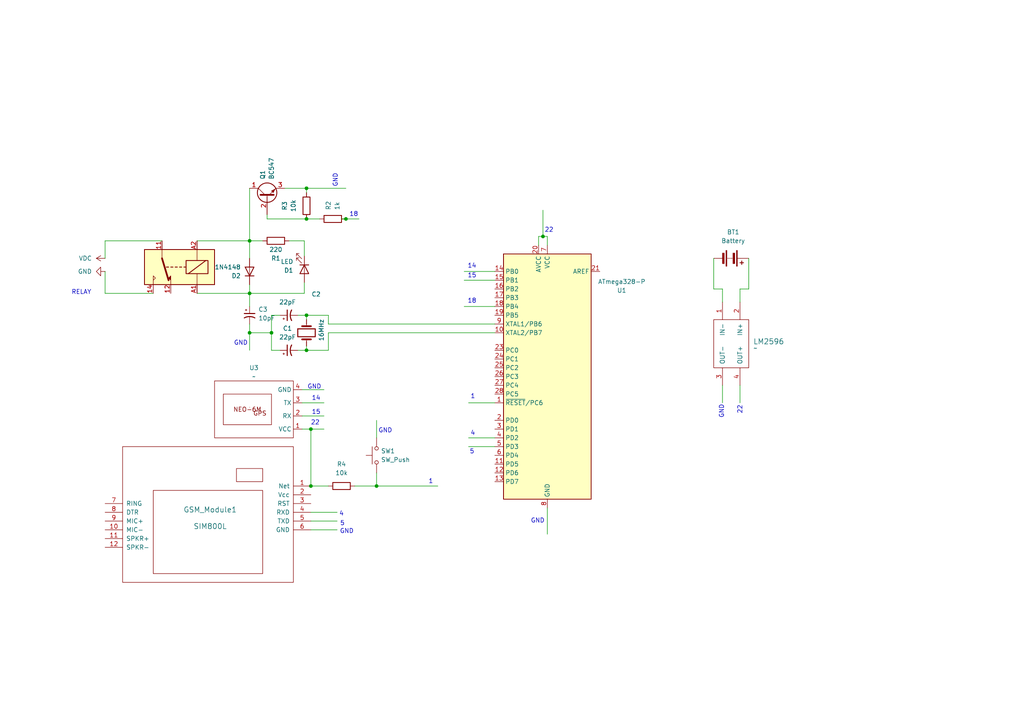
<source format=kicad_sch>
(kicad_sch (version 20231120) (generator "eeschema") (generator_version "8.0")
  (paper "A4")
  (lib_symbols
    (symbol "Device:Battery" (pin_numbers hide) (pin_names (offset 0) hide)
      (property "Reference" "BT" (at 2.54 2.54 0))
      (property "Value" "Battery" (at 2.54 0 0))
      (symbol "Battery_0_1"
        (rectangle (start -2.286 -1.27) (end 2.286 -1.524) (fill (type outline)))
        (rectangle (start -2.286 1.778) (end 2.286 1.524) (fill (type outline)))
        (rectangle (start -1.524 -2.032) (end 1.524 -2.54) (fill (type outline)))
        (rectangle (start -1.524 1.016) (end 1.524 0.508) (fill (type outline)))
        (polyline (pts (xy 0 -1.016) (xy 0 -0.762)))
        (polyline (pts (xy 0 -0.508) (xy 0 -0.254)))
        (polyline (pts (xy 0 0) (xy 0 0.254)))
        (polyline (pts (xy 0 1.778) (xy 0 2.54)))
        (polyline (pts (xy 0.762 3.048) (xy 1.778 3.048)) (stroke (width 0.254)))
        (polyline (pts (xy 1.27 3.556) (xy 1.27 2.54)) (stroke (width 0.254)))
      )
      (symbol "Battery_1_1"
        (pin passive line (at 0 5.08 270) (length 2.54) (name "+") (number "1"))
        (pin passive line (at 0 -5.08 90) (length 2.54) (name "-") (number "2"))
      )
    )
    (symbol "Device:C_Polarized_Small_US" (pin_numbers hide) (pin_names (offset 0.254) hide)
      (property "Reference" "C" (at 0.254 1.778 0))
      (property "Value" "C_Polarized_Small_US" (at 0.254 -2.032 0))
      (symbol "C_Polarized_Small_US_0_1"
        (polyline (pts (xy -1.524 0.508) (xy 1.524 0.508)) (stroke (width 0.3048)))
        (polyline (pts (xy -1.27 1.524) (xy -0.762 1.524)))
        (polyline (pts (xy -1.016 1.27) (xy -1.016 1.778)))
        (arc (start 1.524 -0.762) (mid 0 -0.3734) (end -1.524 -0.762) (stroke (width 0.3048)))
      )
      (symbol "C_Polarized_Small_US_1_1"
        (pin passive line (at 0 2.54 270) (length 2.032) (name "~") (number "1"))
        (pin passive line (at 0 -2.54 90) (length 2.032) (name "~") (number "2"))
      )
    )
    (symbol "Device:Crystal" (pin_numbers hide) (pin_names (offset 1.016) hide)
      (property "Reference" "Y" (at 0 3.81 0))
      (property "Value" "Crystal" (at 0 -3.81 0))
      (symbol "Crystal_0_1"
        (rectangle (start -1.143 2.54) (end 1.143 -2.54) (stroke (width 0.3048)))
        (polyline (pts (xy -2.54 0) (xy -1.905 0)))
        (polyline (pts (xy -1.905 -1.27) (xy -1.905 1.27)) (stroke (width 0.508)))
        (polyline (pts (xy 1.905 -1.27) (xy 1.905 1.27)) (stroke (width 0.508)))
        (polyline (pts (xy 2.54 0) (xy 1.905 0)))
      )
      (symbol "Crystal_1_1"
        (pin passive line (at -3.81 0 0) (length 1.27) (name "1") (number "1"))
        (pin passive line (at 3.81 0 180) (length 1.27) (name "2") (number "2"))
      )
    )
    (symbol "Device:LED" (pin_numbers hide) (pin_names (offset 1.016) hide)
      (property "Reference" "D" (at 0 2.54 0))
      (property "Value" "LED" (at 0 -2.54 0))
      (symbol "LED_0_1"
        (polyline (pts (xy -1.27 -1.27) (xy -1.27 1.27)) (stroke (width 0.254)))
        (polyline (pts (xy -1.27 0) (xy 1.27 0)))
        (polyline (pts (xy 1.27 -1.27) (xy 1.27 1.27) (xy -1.27 0) (xy 1.27 -1.27)) (stroke (width 0.254)))
        (polyline (pts (xy -3.048 -0.762) (xy -4.572 -2.286) (xy -3.81 -2.286) (xy -4.572 -2.286) (xy -4.572 -1.524)))
        (polyline (pts (xy -1.778 -0.762) (xy -3.302 -2.286) (xy -2.54 -2.286) (xy -3.302 -2.286) (xy -3.302 -1.524)))
      )
      (symbol "LED_1_1"
        (pin passive line (at -3.81 0 0) (length 2.54) (name "K") (number "1"))
        (pin passive line (at 3.81 0 180) (length 2.54) (name "A") (number "2"))
      )
    )
    (symbol "Device:R" (pin_numbers hide) (pin_names (offset 0))
      (property "Reference" "R" (at 2.032 0 90))
      (property "Value" "R" (at 0 0 90))
      (symbol "R_0_1"
        (rectangle (start -1.016 -2.54) (end 1.016 2.54) (stroke (width 0.254)))
      )
      (symbol "R_1_1"
        (pin passive line (at 0 3.81 270) (length 1.27) (name "~") (number "1"))
        (pin passive line (at 0 -3.81 90) (length 1.27) (name "~") (number "2"))
      )
    )
    (symbol "Diode:1N4148" (pin_numbers hide) (pin_names hide)
      (property "Reference" "D" (at 0 2.54 0))
      (property "Value" "1N4148" (at 0 -2.54 0))
      (symbol "1N4148_0_1"
        (polyline (pts (xy -1.27 1.27) (xy -1.27 -1.27)) (stroke (width 0.254)))
        (polyline (pts (xy 1.27 0) (xy -1.27 0)))
        (polyline (pts (xy 1.27 1.27) (xy 1.27 -1.27) (xy -1.27 0) (xy 1.27 1.27)) (stroke (width 0.254)))
      )
      (symbol "1N4148_1_1"
        (pin passive line (at -3.81 0 0) (length 2.54) (name "K") (number "1"))
        (pin passive line (at 3.81 0 180) (length 2.54) (name "A") (number "2"))
      )
    )
    (symbol "LM2596_correctedMeas:LM2596_OK" (pin_names (offset 1.016))
      (property "Reference" "LM2596" (at -0.254 3.302 0))
      (symbol "LM2596_OK_0_1"
        (rectangle (start -5.08 11.43) (end 5.08 -2.54))
      )
      (symbol "LM2596_OK_1_1"
        (pin input line (at 2.54 -7.62 90) (length 5.08) (name "IN-") (number "1"))
        (pin input line (at -2.54 -7.62 90) (length 5.08) (name "IN+") (number "2"))
        (pin input line (at 2.54 16.51 270) (length 5.08) (name "OUT-") (number "3"))
        (pin input line (at -2.54 16.51 270) (length 5.08) (name "OUT+") (number "4"))
      )
    )
    (symbol "MCU_Microchip_ATmega:ATmega328-P"
      (property "Reference" "U" (at -12.7 36.83 0))
      (property "Value" "ATmega328-P" (at 2.54 -36.83 0))
      (symbol "ATmega328-P_0_1"
        (rectangle (start -12.7 -35.56) (end 12.7 35.56) (stroke (width 0.254)) (fill (type background)))
      )
      (symbol "ATmega328-P_1_1"
        (pin bidirectional line (at 15.24 -7.62 180) (length 2.54) (name "~{RESET}/PC6") (number "1"))
        (pin bidirectional line (at 15.24 12.7 180) (length 2.54) (name "XTAL2/PB7") (number "10"))
        (pin bidirectional line (at 15.24 -25.4 180) (length 2.54) (name "PD5") (number "11"))
        (pin bidirectional line (at 15.24 -27.94 180) (length 2.54) (name "PD6") (number "12"))
        (pin bidirectional line (at 15.24 -30.48 180) (length 2.54) (name "PD7") (number "13"))
        (pin bidirectional line (at 15.24 30.48 180) (length 2.54) (name "PB0") (number "14"))
        (pin bidirectional line (at 15.24 27.94 180) (length 2.54) (name "PB1") (number "15"))
        (pin bidirectional line (at 15.24 25.4 180) (length 2.54) (name "PB2") (number "16"))
        (pin bidirectional line (at 15.24 22.86 180) (length 2.54) (name "PB3") (number "17"))
        (pin bidirectional line (at 15.24 20.32 180) (length 2.54) (name "PB4") (number "18"))
        (pin bidirectional line (at 15.24 17.78 180) (length 2.54) (name "PB5") (number "19"))
        (pin bidirectional line (at 15.24 -12.7 180) (length 2.54) (name "PD0") (number "2"))
        (pin power_in line (at 2.54 38.1 270) (length 2.54) (name "AVCC") (number "20"))
        (pin passive line (at -15.24 30.48 0) (length 2.54) (name "AREF") (number "21"))
        (pin passive line (at 0 -38.1 90) (length 2.54) hide (name "GND") (number "22"))
        (pin bidirectional line (at 15.24 7.62 180) (length 2.54) (name "PC0") (number "23"))
        (pin bidirectional line (at 15.24 5.08 180) (length 2.54) (name "PC1") (number "24"))
        (pin bidirectional line (at 15.24 2.54 180) (length 2.54) (name "PC2") (number "25"))
        (pin bidirectional line (at 15.24 0 180) (length 2.54) (name "PC3") (number "26"))
        (pin bidirectional line (at 15.24 -2.54 180) (length 2.54) (name "PC4") (number "27"))
        (pin bidirectional line (at 15.24 -5.08 180) (length 2.54) (name "PC5") (number "28"))
        (pin bidirectional line (at 15.24 -15.24 180) (length 2.54) (name "PD1") (number "3"))
        (pin bidirectional line (at 15.24 -17.78 180) (length 2.54) (name "PD2") (number "4"))
        (pin bidirectional line (at 15.24 -20.32 180) (length 2.54) (name "PD3") (number "5"))
        (pin bidirectional line (at 15.24 -22.86 180) (length 2.54) (name "PD4") (number "6"))
        (pin power_in line (at 0 38.1 270) (length 2.54) (name "VCC") (number "7"))
        (pin power_in line (at 0 -38.1 90) (length 2.54) (name "GND") (number "8"))
        (pin bidirectional line (at 15.24 15.24 180) (length 2.54) (name "XTAL1/PB6") (number "9"))
      )
    )
    (symbol "NEO-6M-GPS:NEO-6M-GPS"
      (property "Reference" "U" (at 7.874 4.064 0))
      (symbol "NEO-6M-GPS_0_1"
        (rectangle (start -3.81 2.54) (end 19.05 -13.97))
      )
      (symbol "NEO-6M-GPS_1_1"
        (text_box "GPS" (at 8.89 -6.35 0) (size 0 0) (effects (font (size 1.27 1.27)) (justify left top)))
        (text_box "NEO-6M" (at 2.54 -1.27 0) (size 13.97 -8.89) (effects (font (size 1.27 1.27))))
        (pin input line (at -6.35 0 0) (length 2.54) (name "VCC") (number "1"))
        (pin input line (at -6.35 -3.81 0) (length 2.54) (name "RX") (number "2"))
        (pin input line (at -6.35 -7.62 0) (length 2.54) (name "TX") (number "3"))
        (pin input line (at -6.35 -11.43 0) (length 2.54) (name "GND") (number "4"))
      )
    )
    (symbol "Relay:Fujitsu_FTR-LYCA005x"
      (property "Reference" "K" (at 11.43 3.81 0))
      (property "Value" "Fujitsu_FTR-LYCA005x" (at 11.43 1.27 0))
      (symbol "Fujitsu_FTR-LYCA005x_0_0"
        (polyline (pts (xy 7.62 5.08) (xy 7.62 2.54) (xy 6.985 3.175) (xy 7.62 3.81)))
      )
      (symbol "Fujitsu_FTR-LYCA005x_0_1"
        (rectangle (start -10.16 5.08) (end 10.16 -5.08) (stroke (width 0.254)) (fill (type background)))
        (rectangle (start -8.255 1.905) (end -1.905 -1.905) (stroke (width 0.254)))
        (polyline (pts (xy -7.62 -1.905) (xy -2.54 1.905)) (stroke (width 0.254)))
        (polyline (pts (xy -5.08 -5.08) (xy -5.08 -1.905)))
        (polyline (pts (xy -5.08 5.08) (xy -5.08 1.905)))
        (polyline (pts (xy -1.905 0) (xy -1.27 0)) (stroke (width 0.254)))
        (polyline (pts (xy -0.635 0) (xy 0 0)) (stroke (width 0.254)))
        (polyline (pts (xy 0.635 0) (xy 1.27 0)) (stroke (width 0.254)))
        (polyline (pts (xy 1.905 0) (xy 2.54 0)) (stroke (width 0.254)))
        (polyline (pts (xy 3.175 0) (xy 3.81 0)) (stroke (width 0.254)))
        (polyline (pts (xy 5.08 -2.54) (xy 3.175 3.81)) (stroke (width 0.508)))
        (polyline (pts (xy 5.08 -2.54) (xy 5.08 -5.08)))
        (polyline (pts (xy 2.54 5.08) (xy 2.54 2.54) (xy 3.175 3.175) (xy 2.54 3.81)) (fill (type outline)))
      )
      (symbol "Fujitsu_FTR-LYCA005x_1_1"
        (pin passive line (at 5.08 -7.62 90) (length 2.54) (name "~") (number "11"))
        (pin passive line (at 2.54 7.62 270) (length 2.54) (name "~") (number "12"))
        (pin passive line (at 7.62 7.62 270) (length 2.54) (name "~") (number "14"))
        (pin passive line (at -5.08 7.62 270) (length 2.54) (name "~") (number "A1"))
        (pin passive line (at -5.08 -7.62 90) (length 2.54) (name "~") (number "A2"))
      )
    )
    (symbol "Switch:SW_Push" (pin_numbers hide) (pin_names (offset 1.016) hide)
      (property "Reference" "SW" (at 1.27 2.54 0))
      (property "Value" "SW_Push" (at 0 -1.524 0))
      (symbol "SW_Push_0_1"
        (circle (center -2.032 0) (radius 0.508))
        (polyline (pts (xy 0 1.27) (xy 0 3.048)))
        (polyline (pts (xy 2.54 1.27) (xy -2.54 1.27)))
        (circle (center 2.032 0) (radius 0.508))
        (pin passive line (at -5.08 0 0) (length 2.54) (name "1") (number "1"))
        (pin passive line (at 5.08 0 180) (length 2.54) (name "2") (number "2"))
      )
    )
    (symbol "Transistor_BJT:BC547" (pin_names (offset 0) hide)
      (property "Reference" "Q" (at 5.08 1.905 0))
      (property "Value" "BC547" (at 5.08 0 0))
      (symbol "BC547_0_1"
        (polyline (pts (xy 0 0) (xy 0.635 0)))
        (polyline (pts (xy 0.635 0.635) (xy 2.54 2.54)))
        (polyline (pts (xy 0.635 -0.635) (xy 2.54 -2.54) (xy 2.54 -2.54)))
        (polyline (pts (xy 0.635 1.905) (xy 0.635 -1.905) (xy 0.635 -1.905)) (stroke (width 0.508)))
        (polyline (pts (xy 1.27 -1.778) (xy 1.778 -1.27) (xy 2.286 -2.286) (xy 1.27 -1.778) (xy 1.27 -1.778)) (fill (type outline)))
        (circle (center 1.27 0) (radius 2.8194) (stroke (width 0.254)))
      )
      (symbol "BC547_1_1"
        (pin passive line (at 2.54 5.08 270) (length 2.54) (name "C") (number "1"))
        (pin input line (at -5.08 0 0) (length 5.08) (name "B") (number "2"))
        (pin passive line (at 2.54 -5.08 90) (length 2.54) (name "E") (number "3"))
      )
    )
    (symbol "power:GND" (power) (pin_numbers hide) (pin_names (offset 0) hide)
      (property "Value" "GND" (at 0 -3.81 0))
      (symbol "GND_0_1"
        (polyline (pts (xy 0 0) (xy 0 -1.27) (xy 1.27 -1.27) (xy 0 -2.54) (xy -1.27 -1.27) (xy 0 -1.27)))
      )
      (symbol "GND_1_1"
        (pin power_in line (at 0 0 270) (length 0) (name "~") (number "1"))
      )
    )
    (symbol "power:VDC" (power) (pin_numbers hide) (pin_names (offset 0) hide)
      (property "Value" "VDC" (at 0 3.556 0))
      (symbol "VDC_0_1"
        (polyline (pts (xy -0.762 1.27) (xy 0 2.54)))
        (polyline (pts (xy 0 0) (xy 0 2.54)))
        (polyline (pts (xy 0 2.54) (xy 0.762 1.27)))
      )
      (symbol "VDC_1_1"
        (pin power_in line (at 0 0 90) (length 0) (name "~") (number "1"))
      )
    )
    (symbol "sim800l:SIM800L" (pin_names (offset 1.016))
      (property "Reference" "GSM_Module" (at 1.27 -2.54 0))
      (property "Value" "SIM800L" (at 0 -6.35 0))
      (symbol "SIM800L_0_1"
        (rectangle (start -24.13 17.78) (end 25.4 -21.59))
        (rectangle (start -15.24 5.08) (end 16.51 -19.05))
        (rectangle (start -15.24 11.43) (end -7.62 7.62))
      )
      (symbol "SIM800L_1_1"
        (pin output line (at -29.21 6.35 0) (length 5.08) (name "Net") (number "1"))
        (pin output line (at 30.48 -6.35 180) (length 5.08) (name "MIC-") (number "10"))
        (pin output line (at 30.48 -8.89 180) (length 5.08) (name "SPKR+") (number "11"))
        (pin output line (at 30.48 -11.43 180) (length 5.08) (name "SPKR-") (number "12"))
        (pin output line (at -29.21 3.81 0) (length 5.08) (name "Vcc") (number "2"))
        (pin output line (at -29.21 1.27 0) (length 5.08) (name "RST") (number "3"))
        (pin output line (at -29.21 -1.27 0) (length 5.08) (name "RXD") (number "4"))
        (pin output line (at -29.21 -3.81 0) (length 5.08) (name "TXD") (number "5"))
        (pin output line (at -29.21 -6.35 0) (length 5.08) (name "GND") (number "6"))
        (pin output line (at 30.48 1.27 180) (length 5.08) (name "RING") (number "7"))
        (pin output line (at 30.48 -1.27 180) (length 5.08) (name "DTR") (number "8"))
        (pin output line (at 30.48 -3.81 180) (length 5.08) (name "MIC+") (number "9"))
      )
    )
  )
  (junction (at 88.9 91.44))
  (junction (at 100.33 63.5))
  (junction (at 109.22 140.97))
  (junction (at 88.9 54.61))
  (junction (at 88.9 63.5))
  (junction (at 88.9 101.6))
  (junction (at 78.74 96.52))
  (junction (at 157.48 68.58))
  (junction (at 72.39 69.85))
  (junction (at 90.17 124.46))
  (junction (at 72.39 96.52))
  (junction (at 72.39 85.09))
  (junction (at 90.17 140.97))
  (wire (pts (xy 217.17 74.93) (xy 217.17 83.82)))
  (wire (pts (xy 72.39 74.93) (xy 72.39 69.85)))
  (wire (pts (xy 109.22 137.16) (xy 109.22 140.97)))
  (wire (pts (xy 95.25 96.52) (xy 95.25 101.6)))
  (wire (pts (xy 86.36 101.6) (xy 88.9 101.6)))
  (wire (pts (xy 88.9 101.6) (xy 95.25 101.6)))
  (wire (pts (xy 30.48 85.09) (xy 30.48 78.74)))
  (wire (pts (xy 86.36 91.44) (xy 88.9 91.44)))
  (wire (pts (xy 78.74 91.44) (xy 81.28 91.44)))
  (wire (pts (xy 72.39 85.09) (xy 72.39 82.55)))
  (wire (pts (xy 81.28 101.6) (xy 78.74 101.6)))
  (wire (pts (xy 90.17 124.46) (xy 93.98 124.46)))
  (wire (pts (xy 30.48 74.93) (xy 30.48 69.85)))
  (wire (pts (xy 109.22 140.97) (xy 102.87 140.97)))
  (wire (pts (xy 90.17 140.97) (xy 95.25 140.97)))
  (wire (pts (xy 156.21 71.12) (xy 156.21 68.58)))
  (wire (pts (xy 95.25 96.52) (xy 143.51 96.52)))
  (wire (pts (xy 88.9 54.61) (xy 100.33 54.61)))
  (wire (pts (xy 134.62 88.9) (xy 143.51 88.9)))
  (wire (pts (xy 90.17 124.46) (xy 90.17 140.97)))
  (wire (pts (xy 72.39 54.61) (xy 72.39 69.85)))
  (wire (pts (xy 78.74 96.52) (xy 78.74 101.6)))
  (wire (pts (xy 88.9 54.61) (xy 88.9 55.88)))
  (wire (pts (xy 72.39 93.98) (xy 72.39 96.52)))
  (wire (pts (xy 156.21 68.58) (xy 157.48 68.58)))
  (wire (pts (xy 88.9 63.5) (xy 92.71 63.5)))
  (wire (pts (xy 209.55 111.76) (xy 209.55 116.84)))
  (wire (pts (xy 76.2 69.85) (xy 72.39 69.85)))
  (wire (pts (xy 99.06 63.5) (xy 100.33 63.5)))
  (wire (pts (xy 135.89 129.54) (xy 143.51 129.54)))
  (wire (pts (xy 100.33 63.5) (xy 104.14 63.5)))
  (wire (pts (xy 95.25 91.44) (xy 95.25 93.98)))
  (wire (pts (xy 207.01 83.82) (xy 209.55 83.82)))
  (wire (pts (xy 77.47 62.23) (xy 77.47 63.5)))
  (wire (pts (xy 214.63 83.82) (xy 214.63 87.63)))
  (wire (pts (xy 88.265 74.295) (xy 88.265 69.85)))
  (wire (pts (xy 158.75 68.58) (xy 158.75 71.12)))
  (wire (pts (xy 72.39 88.9) (xy 72.39 85.09)))
  (wire (pts (xy 134.62 81.28) (xy 143.51 81.28)))
  (wire (pts (xy 207.01 74.93) (xy 207.01 83.82)))
  (wire (pts (xy 90.17 151.13) (xy 97.79 151.13)))
  (wire (pts (xy 109.22 140.97) (xy 127 140.97)))
  (wire (pts (xy 87.63 113.03) (xy 93.98 113.03)))
  (wire (pts (xy 88.9 91.44) (xy 95.25 91.44)))
  (wire (pts (xy 57.15 85.09) (xy 72.39 85.09)))
  (wire (pts (xy 72.39 85.09) (xy 88.265 85.09)))
  (wire (pts (xy 87.63 120.65) (xy 93.98 120.65)))
  (wire (pts (xy 77.47 63.5) (xy 88.9 63.5)))
  (wire (pts (xy 72.39 96.52) (xy 78.74 96.52)))
  (wire (pts (xy 135.89 127) (xy 143.51 127)))
  (wire (pts (xy 87.63 124.46) (xy 90.17 124.46)))
  (wire (pts (xy 90.17 153.67) (xy 97.79 153.67)))
  (wire (pts (xy 82.55 54.61) (xy 88.9 54.61)))
  (wire (pts (xy 78.74 91.44) (xy 78.74 96.52)))
  (wire (pts (xy 109.22 121.92) (xy 109.22 127)))
  (wire (pts (xy 95.25 93.98) (xy 143.51 93.98)))
  (wire (pts (xy 87.63 116.84) (xy 93.98 116.84)))
  (wire (pts (xy 88.9 101.6) (xy 88.9 100.33)))
  (wire (pts (xy 217.17 83.82) (xy 214.63 83.82)))
  (wire (pts (xy 209.55 83.82) (xy 209.55 87.63)))
  (wire (pts (xy 44.45 85.09) (xy 30.48 85.09)))
  (wire (pts (xy 157.48 68.58) (xy 158.75 68.58)))
  (wire (pts (xy 88.265 85.09) (xy 88.265 81.915)))
  (wire (pts (xy 30.48 69.85) (xy 46.99 69.85)))
  (wire (pts (xy 88.265 69.85) (xy 83.82 69.85)))
  (wire (pts (xy 72.39 96.52) (xy 72.39 101.6)))
  (wire (pts (xy 214.63 111.76) (xy 214.63 116.84)))
  (wire (pts (xy 134.62 78.74) (xy 143.51 78.74)))
  (wire (pts (xy 72.39 69.85) (xy 57.15 69.85)))
  (wire (pts (xy 158.75 147.32) (xy 158.75 154.94)))
  (wire (pts (xy 88.9 91.44) (xy 88.9 92.71)))
  (wire (pts (xy 157.48 60.96) (xy 157.48 68.58)))
  (wire (pts (xy 90.17 148.59) (xy 97.79 148.59)))
  (wire (pts (xy 135.89 116.84) (xy 143.51 116.84)))
  (text "1" (at 137.16 115.062 0) (effects (font (size 1.27 1.27))))
  (text "22" (at 91.44 122.682 0) (effects (font (size 1.27 1.27))))
  (text "GND" (at 97.282 52.324 90) (effects (font (size 1.27 1.27))))
  (text "GND" (at 91.186 112.268 0) (effects (font (size 1.27 1.27))))
  (text "15\n" (at 136.906 80.01 0) (effects (font (size 1.27 1.27))))
  (text "GND" (at 100.584 154.178 0) (effects (font (size 1.27 1.27))))
  (text "GND" (at 69.85 99.568 0) (effects (font (size 1.27 1.27))))
  (text "15" (at 91.694 119.634 0) (effects (font (size 1.27 1.27))))
  (text "4" (at 99.06 149.098 0) (effects (font (size 1.27 1.27))))
  (text "14" (at 91.694 115.57 0) (effects (font (size 1.27 1.27))))
  (text "18\n" (at 102.616 62.23 0) (effects (font (size 1.27 1.27))))
  (text "14" (at 136.906 77.216 0) (effects (font (size 1.27 1.27))))
  (text "18\n" (at 136.906 87.376 0) (effects (font (size 1.27 1.27))))
  (text "5" (at 136.906 131.064 0) (effects (font (size 1.27 1.27))))
  (text "1" (at 124.968 139.7 0) (effects (font (size 1.27 1.27))))
  (text "GND" (at 155.956 151.13 0) (effects (font (size 1.27 1.27))))
  (text "GND" (at 111.76 124.968 0) (effects (font (size 1.27 1.27))))
  (text "22" (at 214.63 118.872 90) (effects (font (size 1.27 1.27))))
  (text "GND" (at 209.296 119.38 90) (effects (font (size 1.27 1.27))))
  (text "5" (at 99.314 151.892 0) (effects (font (size 1.27 1.27))))
  (text "RELAY" (at 23.622 84.836 0) (effects (font (size 1.27 1.27))))
  (text "4" (at 137.16 125.73 0) (effects (font (size 1.27 1.27))))
  (text "22" (at 159.258 66.802 0) (effects (font (size 1.27 1.27))))
  (symbol (lib_id "power:VDC") (at 30.48 74.93 90) (unit 1)
    (property "Reference" "#PWR02" (effects (hide yes)))
    (property "Value" "VDC" (at 26.67 74.9301 90) (effects (justify left)))
    (property "Description" "Power symbol creates a global label with name \"VDC\"" (effects (hide yes)))
  )
  (symbol (lib_id "Device:C_Polarized_Small_US") (at 83.82 91.44 90) (unit 1)
    (property "Reference" "C2" (at 91.694 85.344 90))
    (property "Value" "22pF" (at 83.3882 87.63 90))
    (property "Description" "Polarized capacitor, small US symbol" (effects (hide yes)))
  )
  (symbol (lib_id "Device:C_Polarized_Small_US") (at 83.82 101.6 90) (unit 1)
    (property "Reference" "C1" (at 83.3882 95.25 90))
    (property "Value" "22pF" (at 83.3882 97.79 90))
    (property "Description" "Polarized capacitor, small US symbol" (effects (hide yes)))
  )
  (symbol (lib_id "Device:R") (at 96.52 63.5 270) (unit 1)
    (property "Reference" "R2" (at 95.2499 60.96 0) (effects (justify right)))
    (property "Value" "1k" (at 97.7899 60.96 0) (effects (justify right)))
    (property "Description" "Resistor" (effects (hide yes)))
  )
  (symbol (lib_id "Device:R") (at 80.01 69.85 270) (unit 1)
    (property "Reference" "R1" (at 80.01 74.93 90))
    (property "Value" "220" (at 80.01 72.39 90))
    (property "Description" "Resistor" (effects (hide yes)))
  )
  (symbol (lib_id "MCU_Microchip_ATmega:ATmega328-P") (at 158.75 109.22 0) (mirror y) (unit 1)
    (property "Reference" "U1" (at 180.34 84.2362 0))
    (property "Value" "ATmega328-P" (at 180.34 81.6962 0))
    (property "Footprint" "Package_DIP:DIP-28_W7.62mm" (effects (hide yes)))
    (property "Datasheet" "http://ww1.microchip.com/downloads/en/DeviceDoc/ATmega328_P%20AVR%20MCU%20with%20picoPower%20Technology%20Data%20Sheet%2040001984A.pdf" (effects (hide yes)))
    (property "Description" "20MHz, 32kB Flash, 2kB SRAM, 1kB EEPROM, DIP-28" (effects (hide yes)))
  )
  (symbol (lib_id "Switch:SW_Push") (at 109.22 132.08 90) (unit 1)
    (property "Reference" "SW1" (at 110.49 130.8099 90) (effects (justify right)))
    (property "Value" "SW_Push" (at 110.49 133.3499 90) (effects (justify right)))
    (property "Description" "Push button switch, generic, two pins" (effects (hide yes)))
  )
  (symbol (lib_id "Relay:Fujitsu_FTR-LYCA005x") (at 52.07 77.47 180) (unit 1)
    (property "Reference" "K2" (effects (hide yes)))
    (property "Value" "Fujitsu_FTR-LYCA005x" (effects (hide yes)))
    (property "Footprint" "Relay_THT:Relay_SPDT_Fujitsu_FTR-LYCA005x_FormC_Vertical" (effects (hide yes)))
    (property "Datasheet" "https://www.fujitsu.com/sg/imagesgig5/ftr-ly.pdf" (effects (hide yes)))
    (property "Description" "Relay, SPDT Form C, vertical mount, 5-60V coil, 6A, 250VAC, 28 x 5 x 15mm" (effects (hide yes)))
  )
  (symbol (lib_id "LM2596_correctedMeas:LM2596_OK") (at 212.09 95.25 180) (unit 1)
    (property "Reference" "LM2596" (at 218.44 99.0599 0) (effects (font (size 1.524 1.524)) (justify right)))
    (property "Value" "~" (at 218.44 100.965 0) (effects (font (size 1.524 1.524)) (justify right)))
  )
  (symbol (lib_id "power:GND") (at 30.48 78.74 270) (unit 1)
    (property "Reference" "#PWR03" (effects (hide yes)))
    (property "Value" "GND" (at 26.67 78.7401 90) (effects (justify right)))
    (property "Description" "Power symbol creates a global label with name \"GND\" , ground" (effects (hide yes)))
  )
  (symbol (lib_id "sim800l:SIM800L") (at 60.96 147.32 0) (mirror y) (unit 1)
    (property "Reference" "GSM_Module1" (at 60.96 147.828 0) (effects (font (size 1.524 1.524))))
    (property "Value" "SIM800L" (at 60.96 152.654 0) (effects (font (size 1.524 1.524))))
  )
  (symbol (lib_id "Device:Crystal") (at 88.9 96.52 90) (unit 1)
    (property "Reference" "16MHz" (effects (hide yes)))
    (property "Value" "16MHz" (at 93.218 95.758 0))
    (property "Description" "Two pin crystal" (effects (hide yes)))
  )
  (symbol (lib_id "Device:Battery") (at 212.09 74.93 270) (unit 1)
    (property "Reference" "BT1" (at 212.6615 67.31 90))
    (property "Value" "Battery" (at 212.6615 69.85 90))
    (property "Description" "Multiple-cell battery" (effects (hide yes)))
  )
  (symbol (lib_id "Device:R") (at 99.06 140.97 270) (unit 1)
    (property "Reference" "R4" (at 99.06 134.62 90))
    (property "Value" "10k" (at 99.06 137.16 90))
    (property "Description" "Resistor" (effects (hide yes)))
  )
  (symbol (lib_id "NEO-6M-GPS:NEO-6M-GPS") (at 81.28 124.46 180) (unit 1)
    (property "Reference" "U3" (at 73.66 106.68 0))
    (property "Value" "~" (at 73.66 109.22 0))
  )
  (symbol (lib_id "Device:C_Polarized_Small_US") (at 72.39 91.44 0) (unit 1)
    (property "Reference" "C3" (at 74.93 89.7381 0) (effects (justify left)))
    (property "Value" "10pF" (at 74.93 92.2781 0) (effects (justify left)))
    (property "Description" "Polarized capacitor, small US symbol" (effects (hide yes)))
  )
  (symbol (lib_id "Diode:1N4148") (at 72.39 78.74 90) (unit 1)
    (property "Reference" "D2" (at 69.85 80.0101 90) (effects (justify left)))
    (property "Value" "1N4148" (at 69.85 77.4701 90) (effects (justify left)))
    (property "Footprint" "Diode_THT:D_DO-35_SOD27_P7.62mm_Horizontal" (effects (hide yes)))
    (property "Datasheet" "https://assets.nexperia.com/documents/data-sheet/1N4148_1N4448.pdf" (effects (hide yes)))
    (property "Description" "100V 0.15A standard switching diode, DO-35" (effects (hide yes)))
    (property "Sim.Device" "D" (effects (hide yes)))
    (property "Sim.Pins" "1=K 2=A" (effects (hide yes)))
  )
  (symbol (lib_id "Device:R") (at 88.9 59.69 180) (unit 1)
    (property "Reference" "R3" (at 82.55 59.69 90))
    (property "Value" "10k" (at 85.09 59.69 90))
    (property "Description" "Resistor" (effects (hide yes)))
  )
  (symbol (lib_id "Transistor_BJT:BC547") (at 77.47 57.15 90) (unit 1)
    (property "Reference" "Q1" (at 76.1999 52.07 0) (effects (justify left)))
    (property "Value" "BC547" (at 78.7399 52.07 0) (effects (justify left)))
    (property "Footprint" "Package_TO_SOT_THT:TO-92_Inline" (effects (hide yes)))
    (property "Datasheet" "https://www.onsemi.com/pub/Collateral/BC550-D.pdf" (effects (hide yes)))
    (property "Description" "0.1A Ic, 45V Vce, Small Signal NPN Transistor, TO-92" (effects (hide yes)))
  )
  (symbol (lib_id "Device:LED") (at 88.265 78.105 270) (unit 1)
    (property "Reference" "D1" (at 85.09 78.4226 90) (effects (justify right)))
    (property "Value" "LED" (at 85.09 75.8826 90) (effects (justify right)))
    (property "Description" "Light emitting diode" (effects (hide yes)))
  )
)
</source>
